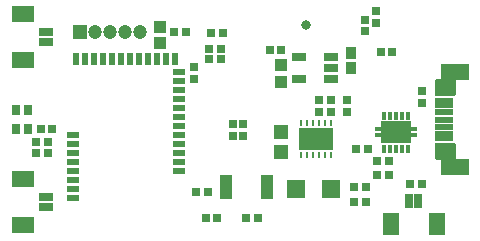
<source format=gts>
G04*
G04 #@! TF.GenerationSoftware,Altium Limited,Altium Designer,19.0.14 (431)*
G04*
G04 Layer_Color=8388736*
%FSLAX44Y44*%
%MOMM*%
G71*
G01*
G75*
%ADD39R,0.7032X0.8032*%
%ADD40R,1.1032X2.0032*%
%ADD41R,0.8032X0.7032*%
%ADD42R,1.1032X1.0032*%
%ADD43R,2.9032X1.9032*%
%ADD44R,0.2500X0.5500*%
%ADD45R,0.7032X0.9532*%
%ADD46R,0.8532X0.8532*%
%ADD47R,1.5532X0.6032*%
%ADD48R,1.5532X0.8532*%
%ADD49R,1.4032X1.9032*%
%ADD50R,0.7032X1.2032*%
%ADD51R,1.2032X0.4532*%
%ADD52R,2.6032X1.8532*%
%ADD53R,0.4532X0.8032*%
%ADD54R,0.9032X1.1032*%
%ADD55R,1.2032X0.8032*%
%ADD56R,0.6132X1.1132*%
%ADD57R,1.1132X0.6132*%
%ADD58R,1.2032X1.3032*%
%ADD59R,1.5032X1.5032*%
%ADD60R,1.2032X0.7032*%
%ADD61R,1.9032X1.4032*%
%ADD62C,0.8032*%
%ADD63C,1.2032*%
%ADD64R,1.2032X1.2032*%
G36*
X380843Y80009D02*
X380974Y79984D01*
X381100Y79941D01*
X381219Y79882D01*
X381330Y79808D01*
X381430Y79720D01*
X381518Y79620D01*
X381592Y79509D01*
X381651Y79390D01*
X381693Y79264D01*
X381720Y79133D01*
X381728Y79000D01*
Y66918D01*
X392210Y66918D01*
X392343Y66909D01*
X392473Y66884D01*
X392600Y66841D01*
X392719Y66782D01*
X392830Y66708D01*
X392930Y66620D01*
X393018Y66520D01*
X393092Y66409D01*
X393151Y66290D01*
X393194Y66164D01*
X393219Y66033D01*
X393228Y65900D01*
Y53900D01*
X393219Y53767D01*
X393194Y53636D01*
X393151Y53510D01*
X393092Y53391D01*
X393018Y53280D01*
X392930Y53180D01*
X392830Y53092D01*
X392719Y53018D01*
X392600Y52959D01*
X392473Y52916D01*
X392343Y52891D01*
X392210Y52882D01*
X370410Y52882D01*
X370277Y52891D01*
X370146Y52916D01*
X370020Y52959D01*
X369901Y53018D01*
X369790Y53092D01*
X369690Y53180D01*
X369602Y53280D01*
X369528Y53391D01*
X369469Y53510D01*
X369426Y53636D01*
X369400Y53767D01*
X369392Y53900D01*
Y65982D01*
X365410D01*
X365277Y65991D01*
X365146Y66017D01*
X365020Y66059D01*
X364901Y66118D01*
X364790Y66192D01*
X364690Y66280D01*
X364602Y66380D01*
X364528Y66491D01*
X364469Y66610D01*
X364426Y66736D01*
X364400Y66867D01*
X364392Y67000D01*
Y79000D01*
X364400Y79133D01*
X364426Y79264D01*
X364469Y79390D01*
X364528Y79509D01*
X364602Y79620D01*
X364690Y79720D01*
X364790Y79808D01*
X364901Y79882D01*
X365020Y79941D01*
X365146Y79984D01*
X365277Y80009D01*
X365410Y80018D01*
X380710D01*
X380843Y80009D01*
D02*
G37*
G36*
X392343Y147109D02*
X392473Y147084D01*
X392600Y147041D01*
X392719Y146982D01*
X392830Y146908D01*
X392930Y146820D01*
X393018Y146720D01*
X393092Y146609D01*
X393151Y146490D01*
X393194Y146363D01*
X393219Y146233D01*
X393228Y146100D01*
Y134100D01*
X393219Y133967D01*
X393194Y133836D01*
X393151Y133710D01*
X393092Y133591D01*
X393018Y133480D01*
X392930Y133380D01*
X392830Y133292D01*
X392719Y133218D01*
X392600Y133159D01*
X392473Y133117D01*
X392343Y133090D01*
X392210Y133082D01*
X381728D01*
Y121000D01*
X381720Y120867D01*
X381693Y120737D01*
X381651Y120610D01*
X381592Y120491D01*
X381518Y120380D01*
X381430Y120280D01*
X381330Y120192D01*
X381219Y120118D01*
X381100Y120059D01*
X380974Y120016D01*
X380843Y119991D01*
X380710Y119982D01*
X365410D01*
X365277Y119991D01*
X365146Y120016D01*
X365020Y120059D01*
X364901Y120118D01*
X364790Y120192D01*
X364690Y120280D01*
X364602Y120380D01*
X364528Y120491D01*
X364469Y120610D01*
X364426Y120737D01*
X364400Y120867D01*
X364392Y121000D01*
Y133000D01*
X364400Y133133D01*
X364426Y133264D01*
X364469Y133390D01*
X364528Y133509D01*
X364602Y133620D01*
X364690Y133720D01*
X364790Y133808D01*
X364901Y133882D01*
X365020Y133941D01*
X365146Y133983D01*
X365277Y134010D01*
X365410Y134018D01*
X369392D01*
Y146100D01*
X369400Y146233D01*
X369426Y146363D01*
X369469Y146490D01*
X369528Y146609D01*
X369602Y146720D01*
X369690Y146820D01*
X369790Y146908D01*
X369901Y146982D01*
X370020Y147041D01*
X370146Y147084D01*
X370277Y147109D01*
X370410Y147118D01*
X392210D01*
X392343Y147109D01*
D02*
G37*
D39*
X313967Y181690D02*
D03*
Y191690D02*
D03*
X304800Y184670D02*
D03*
Y174670D02*
D03*
X193040Y96440D02*
D03*
Y86440D02*
D03*
X201850Y96440D02*
D03*
Y86440D02*
D03*
X160060Y144109D02*
D03*
Y134109D02*
D03*
X353060Y114380D02*
D03*
Y124380D02*
D03*
X289560Y106760D02*
D03*
Y116760D02*
D03*
D40*
X222250Y43180D02*
D03*
X187250D02*
D03*
D41*
X153730Y173990D02*
D03*
X143730D02*
D03*
X214550Y16400D02*
D03*
X204550D02*
D03*
X170100D02*
D03*
X180100D02*
D03*
X26670Y81280D02*
D03*
X36670D02*
D03*
X26670Y71800D02*
D03*
X36670D02*
D03*
X295990Y42499D02*
D03*
X305990D02*
D03*
X295982Y30530D02*
D03*
X305982D02*
D03*
X315040Y53340D02*
D03*
X325040D02*
D03*
X325210Y64770D02*
D03*
X315210D02*
D03*
X266190Y116380D02*
D03*
X276190D02*
D03*
X328210Y157020D02*
D03*
X318210D02*
D03*
X174960Y172920D02*
D03*
X184960D02*
D03*
X173100Y160020D02*
D03*
X183100D02*
D03*
X162260Y39000D02*
D03*
X172260D02*
D03*
X173100Y151000D02*
D03*
X183100D02*
D03*
X234288Y158959D02*
D03*
X224288D02*
D03*
X342980Y44999D02*
D03*
X352980D02*
D03*
X30360Y92250D02*
D03*
X40360D02*
D03*
X266190Y105999D02*
D03*
X276190D02*
D03*
X297441Y75300D02*
D03*
X307441D02*
D03*
D42*
X131629Y178450D02*
D03*
Y164450D02*
D03*
X234038Y146109D02*
D03*
Y132109D02*
D03*
D43*
X263690Y83359D02*
D03*
D44*
X251190Y70059D02*
D03*
X256190D02*
D03*
X261190D02*
D03*
X266190D02*
D03*
X271190D02*
D03*
X276190D02*
D03*
X251190Y96659D02*
D03*
X256190D02*
D03*
X261190D02*
D03*
X266190D02*
D03*
X271190D02*
D03*
X276190D02*
D03*
D45*
X10000Y107750D02*
D03*
X20000D02*
D03*
X10000Y92250D02*
D03*
X20000D02*
D03*
D46*
X372610Y126400D02*
D03*
X371610Y73000D02*
D03*
D47*
X372110Y100000D02*
D03*
Y106500D02*
D03*
Y93500D02*
D03*
D48*
Y114250D02*
D03*
Y85750D02*
D03*
D49*
X365750Y11530D02*
D03*
X326750D02*
D03*
D50*
X350250Y31030D02*
D03*
X342250D02*
D03*
D51*
X319310Y91800D02*
D03*
Y86800D02*
D03*
X343310D02*
D03*
Y91800D02*
D03*
D52*
X331310Y89300D02*
D03*
D53*
X321310Y75300D02*
D03*
X326310D02*
D03*
X331310D02*
D03*
X336310D02*
D03*
X341310D02*
D03*
X321310Y103300D02*
D03*
X326310D02*
D03*
X331310D02*
D03*
X336310D02*
D03*
X341310D02*
D03*
D54*
X293060Y156360D02*
D03*
Y143360D02*
D03*
D55*
X249140Y134010D02*
D03*
Y153010D02*
D03*
X276640D02*
D03*
Y143510D02*
D03*
Y134010D02*
D03*
D56*
X83400Y151400D02*
D03*
X75800D02*
D03*
X60600D02*
D03*
X68200D02*
D03*
X98700D02*
D03*
X91100D02*
D03*
X106300D02*
D03*
X113800D02*
D03*
X144200D02*
D03*
X136700D02*
D03*
X121500D02*
D03*
X129100D02*
D03*
D57*
X57600Y33700D02*
D03*
Y41300D02*
D03*
Y56600D02*
D03*
Y48900D02*
D03*
Y79400D02*
D03*
Y87000D02*
D03*
Y71800D02*
D03*
Y64200D02*
D03*
X147400Y125100D02*
D03*
Y117500D02*
D03*
Y132800D02*
D03*
Y140400D02*
D03*
Y109900D02*
D03*
Y102300D02*
D03*
Y87000D02*
D03*
Y94700D02*
D03*
Y64200D02*
D03*
Y56600D02*
D03*
Y71800D02*
D03*
Y79400D02*
D03*
D58*
X233680Y89780D02*
D03*
Y72780D02*
D03*
D59*
X276611Y41499D02*
D03*
X246629D02*
D03*
D60*
X34750Y174000D02*
D03*
Y166000D02*
D03*
Y34000D02*
D03*
Y26000D02*
D03*
D61*
X15250Y189500D02*
D03*
Y150500D02*
D03*
Y49500D02*
D03*
Y10500D02*
D03*
D62*
X255000Y180000D02*
D03*
D63*
X114300Y174000D02*
D03*
X101600D02*
D03*
X88900D02*
D03*
X76200D02*
D03*
D64*
X63500D02*
D03*
M02*

</source>
